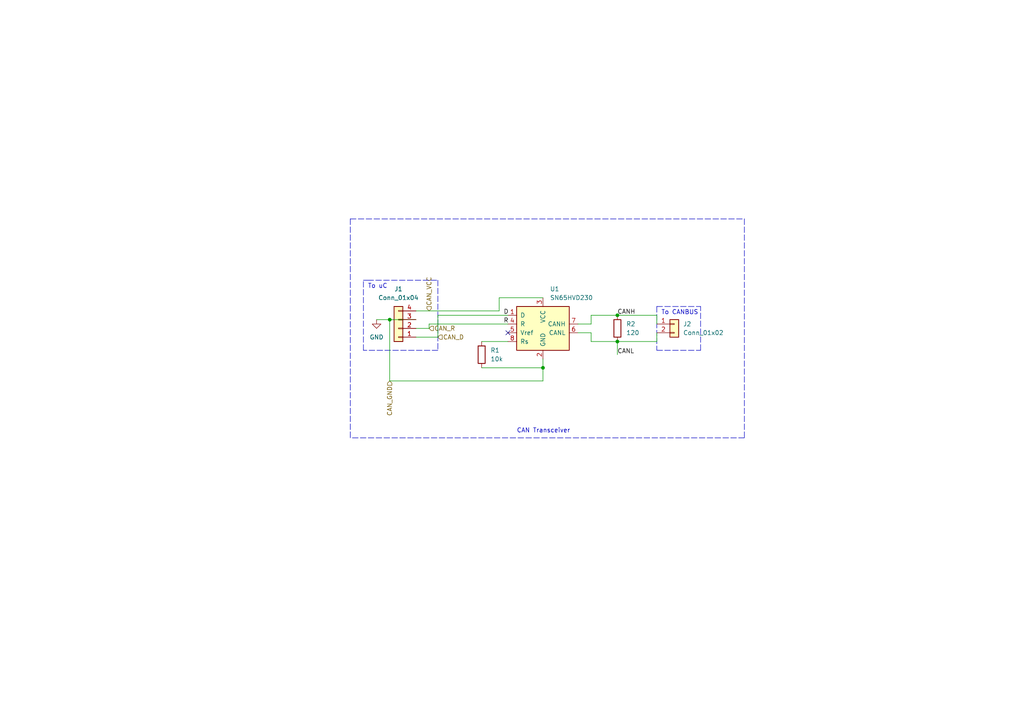
<source format=kicad_sch>
(kicad_sch (version 20211123) (generator eeschema)
  (paper "A4")
  (title_block (title "SN65HVD230 CAN Board") (date "2023-11-23") (rev "0.01"))
  (lib_symbols
    (symbol "Connector_Generic:Conn_01x02" (pin_names (offset 1.016) hide)
      (property "Reference" "J" (at 0 2.54 0))
      (property "Value" "Conn_01x02" (at 0 -5.08 0))
      (symbol "Conn_01x02_1_1"
        (rectangle (start -1.27 -2.413) (end 0 -2.667) (stroke (width 0.1524)))
        (rectangle (start -1.27 0.127) (end 0 -0.127) (stroke (width 0.1524)))
        (rectangle (start -1.27 1.27) (end 1.27 -3.81) (stroke (width 0.254)) (fill (type background)))
        (pin passive line (at -5.08 0 0) (length 3.81) (name "Pin_1") (number "1"))
        (pin passive line (at -5.08 -2.54 0) (length 3.81) (name "Pin_2") (number "2"))
      )
    )
    (symbol "Connector_Generic:Conn_01x04" (pin_names (offset 1.016) hide)
      (property "Reference" "J" (at 0 5.08 0))
      (property "Value" "Conn_01x04" (at 0 -7.62 0))
      (symbol "Conn_01x04_1_1"
        (rectangle (start -1.27 -4.953) (end 0 -5.207) (stroke (width 0.1524)))
        (rectangle (start -1.27 -2.413) (end 0 -2.667) (stroke (width 0.1524)))
        (rectangle (start -1.27 0.127) (end 0 -0.127) (stroke (width 0.1524)))
        (rectangle (start -1.27 2.667) (end 0 2.413) (stroke (width 0.1524)))
        (rectangle (start -1.27 3.81) (end 1.27 -6.35) (stroke (width 0.254)) (fill (type background)))
        (pin passive line (at -5.08 2.54 0) (length 3.81) (name "Pin_1") (number "1"))
        (pin passive line (at -5.08 0 0) (length 3.81) (name "Pin_2") (number "2"))
        (pin passive line (at -5.08 -2.54 0) (length 3.81) (name "Pin_3") (number "3"))
        (pin passive line (at -5.08 -5.08 0) (length 3.81) (name "Pin_4") (number "4"))
      )
    )
    (symbol "Device:R" (pin_numbers hide) (pin_names (offset 0))
      (property "Reference" "R" (at 2.032 0 90))
      (property "Value" "R" (at 0 0 90))
      (symbol "R_0_1"
        (rectangle (start -1.016 -2.54) (end 1.016 2.54) (stroke (width 0.254)))
      )
      (symbol "R_1_1"
        (pin passive line (at 0 3.81 270) (length 1.27) (name "~") (number "1"))
        (pin passive line (at 0 -3.81 90) (length 1.27) (name "~") (number "2"))
      )
    )
    (symbol "Interface_CAN_LIN:SN65HVD230" (pin_names (offset 1.016))
      (property "Reference" "U1" (at 2.0194 10.16 0))
      (property "Value" "SN65HVD230" (at 2.0194 7.62 0))
      (symbol "SN65HVD230_0_1"
        (rectangle (start -7.62 5.08) (end 7.62 -7.62) (stroke (width 0.254)) (fill (type background)))
      )
      (symbol "SN65HVD230_1_1"
        (pin input line (at -10.16 2.54 0) (length 2.54) (name "D") (number "1"))
        (pin power_in line (at 0 -10.16 90) (length 2.54) (name "GND") (number "2"))
        (pin power_in line (at 0 7.62 270) (length 2.54) (name "VCC") (number "3"))
        (pin output line (at -10.16 0 0) (length 2.54) (name "R") (number "4"))
        (pin output line (at -10.16 -2.54 0) (length 2.54) (name "Vref") (number "5"))
        (pin bidirectional line (at 10.16 -2.54 180) (length 2.54) (name "CANL") (number "6"))
        (pin bidirectional line (at 10.16 0 180) (length 2.54) (name "CANH") (number "7"))
        (pin input line (at -10.16 -5.08 0) (length 2.54) (name "Rs") (number "8"))
      )
    )
    (symbol "power:GND" (power) (pin_names (offset 0))
      (property "Value" "GND" (at 0 -3.81 0))
      (symbol "GND_0_1"
        (polyline (pts (xy 0 0) (xy 0 -1.27) (xy 1.27 -1.27) (xy 0 -2.54) (xy -1.27 -1.27) (xy 0 -1.27)))
      )
      (symbol "GND_1_1"
        (pin power_in line (at 0 0 270) (length 0) hide (name "GND") (number "1"))
      )
    )
  )
  (junction (at 179.07 91.44))
  (junction (at 179.07 99.06))
  (junction (at 157.48 106.68))
  (junction (at 113.03 92.71))
  (no_connect (at 147.32 96.52))
  (wire (pts (xy 171.45 93.98) (xy 171.45 91.44)))
  (wire (pts (xy 190.5 91.44) (xy 179.07 91.44)))
  (wire (pts (xy 157.48 106.68) (xy 157.48 110.49)))
  (wire (pts (xy 171.45 99.06) (xy 179.07 99.06)))
  (wire (pts (xy 167.64 93.98) (xy 171.45 93.98)))
  (wire (pts (xy 179.07 102.87) (xy 179.07 99.06)))
  (wire (pts (xy 109.22 92.71) (xy 113.03 92.71)))
  (wire (pts (xy 190.5 99.06) (xy 179.07 99.06)))
  (polyline (pts (xy 190.5 88.9) (xy 190.5 101.6)))
  (wire (pts (xy 127 91.44) (xy 147.32 91.44)))
  (wire (pts (xy 124.46 95.25) (xy 124.46 93.98)))
  (polyline (pts (xy 215.9 127) (xy 101.6 127)))
  (polyline (pts (xy 190.5 88.9) (xy 203.2 88.9)))
  (wire (pts (xy 120.65 90.17) (xy 144.78 90.17)))
  (wire (pts (xy 113.03 110.49) (xy 113.03 92.71)))
  (wire (pts (xy 144.78 86.36) (xy 157.48 86.36)))
  (polyline (pts (xy 190.5 101.6) (xy 203.2 101.6)))
  (wire (pts (xy 190.5 96.52) (xy 190.5 99.06)))
  (wire (pts (xy 124.46 93.98) (xy 147.32 93.98)))
  (wire (pts (xy 157.48 104.14) (xy 157.48 106.68)))
  (polyline (pts (xy 127 81.28) (xy 127 101.6)))
  (polyline (pts (xy 101.6 63.5) (xy 215.9 63.5)))
  (wire (pts (xy 139.7 106.68) (xy 157.48 106.68)))
  (polyline (pts (xy 127 101.6) (xy 105.41 101.6)))
  (wire (pts (xy 157.48 110.49) (xy 113.03 110.49)))
  (wire (pts (xy 167.64 96.52) (xy 171.45 96.52)))
  (wire (pts (xy 139.7 99.06) (xy 147.32 99.06)))
  (polyline (pts (xy 105.41 101.6) (xy 105.41 81.28)))
  (wire (pts (xy 190.5 93.98) (xy 190.5 91.44)))
  (wire (pts (xy 120.65 95.25) (xy 124.46 95.25)))
  (wire (pts (xy 171.45 96.52) (xy 171.45 99.06)))
  (wire (pts (xy 113.03 92.71) (xy 120.65 92.71)))
  (polyline (pts (xy 106.68 81.28) (xy 127 81.28)))
  (polyline (pts (xy 105.41 81.28) (xy 106.68 81.28)))
  (wire (pts (xy 171.45 91.44) (xy 179.07 91.44)))
  (polyline (pts (xy 101.6 63.5) (xy 101.6 127)))
  (wire (pts (xy 127 97.79) (xy 127 91.44)))
  (polyline (pts (xy 203.2 101.6) (xy 203.2 88.9)))
  (wire (pts (xy 120.65 97.79) (xy 127 97.79)))
  (polyline (pts (xy 215.9 63.5) (xy 215.9 127)))
  (wire (pts (xy 144.78 90.17) (xy 144.78 86.36)))
  (text "To CANBUS" (at 191.77 91.44 0) (effects (font (size 1.27 1.27)) (justify left bottom)))
  (text "CAN Transceiver" (at 149.86 125.73 0) (effects (font (size 1.27 1.27)) (justify left bottom)))
  (text "To uC" (at 106.68 83.82 0) (effects (font (size 1.27 1.27)) (justify left bottom)))
  (label "CANH" (at 179.07 91.44 0))
  (label "D" (at 146.05 91.44 0))
  (label "R" (at 146.05 93.98 0))
  (label "CANL" (at 179.07 102.87 0))
  (hierarchical_label "CAN_D" (shape input) (at 127 97.79 0))
  (hierarchical_label "CAN_R" (shape input) (at 124.46 95.25 0))
  (hierarchical_label "CAN_VCC" (shape input) (at 124.46 90.17 90))
  (hierarchical_label "CAN_GND" (shape input) (at 113.03 110.49 270))
  (symbol (lib_id "Interface_CAN_LIN:SN65HVD230") (at 157.48 93.98 0) (unit 1)
    (property "Reference" "U1" (at 159.4994 83.82 0) (effects (justify left)))
    (property "Value" "SN65HVD230" (at 159.4994 86.36 0) (effects (justify left)))
    (property "Footprint" "Package_SO:SOIC-8_3.9x4.9mm_P1.27mm" (effects hide))
    (property "Datasheet" "http://www.ti.com/lit/ds/symlink/sn65hvd230.pdf" (effects hide))
  )
  (symbol (lib_id "Connector_Generic:Conn_01x02") (at 195.58 93.98 0) (unit 1)
    (property "Reference" "J2" (at 198.12 93.9799 0) (effects (justify left)))
    (property "Value" "Conn_01x02" (at 198.12 96.5199 0) (effects (justify left)))
    (property "Footprint" "TerminalBlock:TerminalBlock_bornier-2_P5.08mm" (effects hide))
  )
  (symbol (lib_id "power:GND") (at 109.22 92.71 0) (unit 1)
    (property "Reference" "#PWR01" (effects hide))
    (property "Value" "GND" (at 109.22 97.79 0))
  )
  (symbol (lib_id "Connector_Generic:Conn_01x04") (at 115.57 95.25 180) (unit 1)
    (property "Reference" "J1" (at 115.57 83.82 0))
    (property "Value" "Conn_01x04" (at 115.57 86.36 0))
    (property "Footprint" "Connector_PinHeader_2.54mm:PinHeader_1x04_P2.54mm_Horizontal" (effects hide))
  )
  (symbol (lib_id "Device:R") (at 139.7 102.87 0) (unit 1)
    (property "Reference" "R1" (at 142.24 101.5999 0) (effects (justify left)))
    (property "Value" "10k" (at 142.24 104.1399 0) (effects (justify left)))
    (property "Footprint" "Resistor_THT:R_Axial_DIN0204_L3.6mm_D1.6mm_P5.08mm_Horizontal" (effects hide))
  )
  (symbol (lib_id "Device:R") (at 179.07 95.25 0) (unit 1)
    (property "Reference" "R2" (at 181.61 93.9799 0) (effects (justify left)))
    (property "Value" "120" (at 181.61 96.5199 0) (effects (justify left)))
    (property "Footprint" "Resistor_THT:R_Axial_DIN0204_L3.6mm_D1.6mm_P5.08mm_Horizontal" (effects hide))
  )
)
</source>
